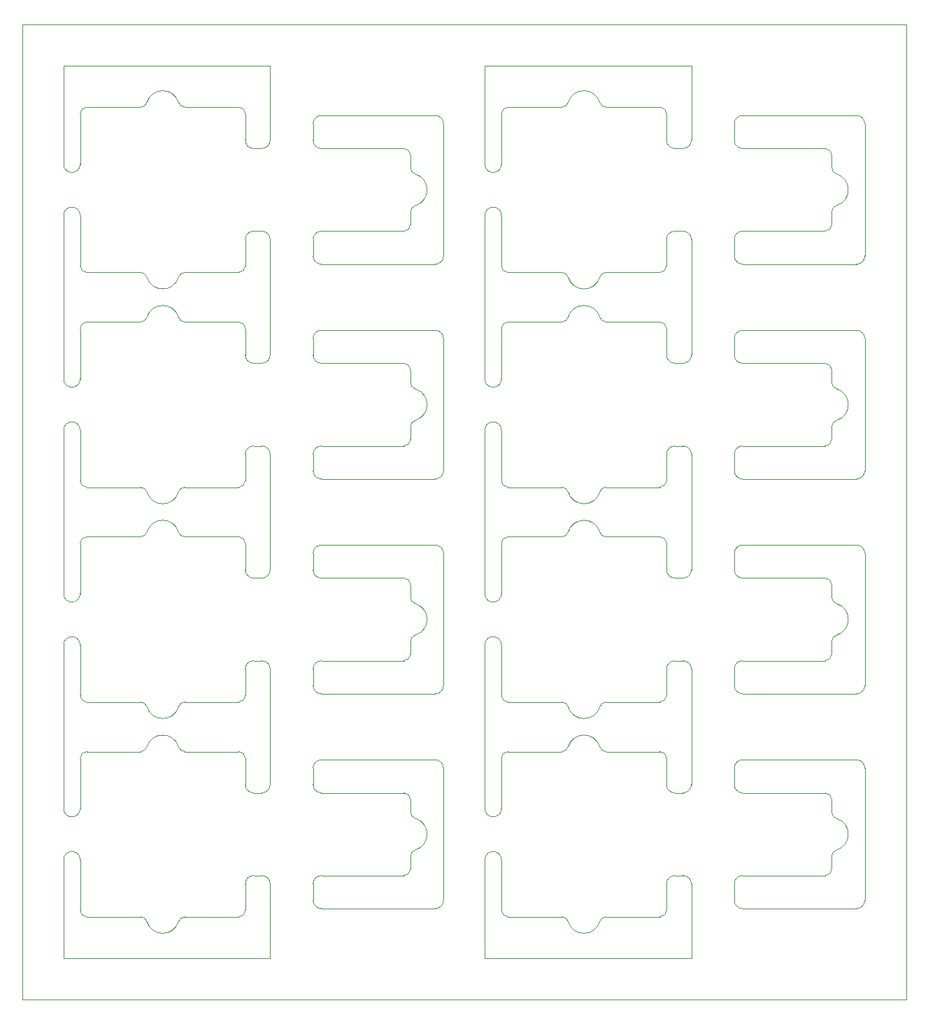
<source format=gbr>
%TF.GenerationSoftware,KiCad,Pcbnew,9.0.3*%
%TF.CreationDate,2025-08-08T18:23:31+02:00*%
%TF.ProjectId,iagabel-panel,69616761-6265-46c2-9d70-616e656c2e6b,rev?*%
%TF.SameCoordinates,Original*%
%TF.FileFunction,Profile,NP*%
%FSLAX46Y46*%
G04 Gerber Fmt 4.6, Leading zero omitted, Abs format (unit mm)*
G04 Created by KiCad (PCBNEW 9.0.3) date 2025-08-08 18:23:31*
%MOMM*%
%LPD*%
G01*
G04 APERTURE LIST*
%TA.AperFunction,Profile*%
%ADD10C,0.050000*%
%TD*%
G04 APERTURE END LIST*
D10*
X-7000000Y10000000D02*
X100000000Y10000000D01*
X100000000Y-108000000D01*
X-7000000Y-108000000D01*
X-7000000Y10000000D01*
X74000000Y-103000000D02*
X74000000Y-101000000D01*
X49000000Y-103000000D02*
X74000000Y-103000000D01*
X49000000Y-101000000D02*
X49000000Y-103000000D01*
X23000000Y-103000000D02*
X23000000Y-101000000D01*
X-2000000Y-103000000D02*
X23000000Y-103000000D01*
X-2000000Y-101000000D02*
X-2000000Y-103000000D01*
X74000000Y5000000D02*
X74000000Y3000000D01*
X49000000Y5000000D02*
X74000000Y5000000D01*
X49000000Y3000000D02*
X49000000Y5000000D01*
X23000000Y5000000D02*
X23000000Y3000000D01*
X-2000000Y5000000D02*
X23000000Y5000000D01*
X-2000000Y3000000D02*
X-2000000Y5000000D01*
X28200000Y-82000000D02*
X28200000Y-80000000D01*
X-2000000Y-91100000D02*
G75*
G02*
X0Y-91100000I1000000J0D01*
G01*
X20000000Y-78799999D02*
X20000000Y-82000000D01*
X20000000Y-97199999D02*
X20000000Y-94000000D01*
X44000000Y-96000000D02*
G75*
G02*
X43000000Y-97000000I-1000000J0D01*
G01*
X28207107Y-94000000D02*
G75*
G02*
X29207107Y-93000007I999993J0D01*
G01*
X25Y-84892893D02*
G75*
G02*
X-2000000Y-84900000I-1000025J0D01*
G01*
X23000000Y-82000000D02*
X23000000Y-75000000D01*
X0Y-91100000D02*
X0Y-97199999D01*
X29200000Y-97000000D02*
G75*
G02*
X28200000Y-96000000I0J1000000D01*
G01*
X21000000Y-93000000D02*
X22000000Y-93000000D01*
X21000000Y-83000000D02*
X22000000Y-83000000D01*
X20000000Y-94000000D02*
G75*
G02*
X21000000Y-93000000I1000000J0D01*
G01*
X23000000Y-82000000D02*
G75*
G02*
X22000000Y-83000000I-1000000J0D01*
G01*
X28200000Y-80000000D02*
G75*
G02*
X29200000Y-79000000I1000000J0D01*
G01*
X22000000Y-93000000D02*
G75*
G02*
X23000000Y-94000000I0J-1000000D01*
G01*
X29200000Y-83000000D02*
X39200000Y-82999999D01*
X-2000000Y-91100000D02*
X-2000000Y-101000000D01*
X43000000Y-79000000D02*
G75*
G02*
X44000000Y-80000000I0J-1000000D01*
G01*
X29200000Y-97000000D02*
X43000000Y-97000000D01*
X0Y-78800000D02*
X25Y-84892893D01*
X29200000Y-83000000D02*
G75*
G02*
X28200000Y-82000000I0J1000000D01*
G01*
X44000000Y-80000000D02*
X44000000Y-96000000D01*
X28207107Y-94000000D02*
X28200000Y-96000000D01*
X21000000Y-83000000D02*
G75*
G02*
X20000000Y-82000000I0J1000000D01*
G01*
X29207107Y-93000000D02*
X39200000Y-92999999D01*
X-2000000Y-84900000D02*
X-2000000Y-75000000D01*
X23000000Y-94000000D02*
X23000000Y-101000000D01*
X29200000Y-79000000D02*
X43000000Y-79000000D01*
X39200000Y-82999999D02*
G75*
G02*
X40000001Y-83799999I0J-800001D01*
G01*
X20000000Y-97200000D02*
G75*
G02*
X19200000Y-98000001I-800000J-1D01*
G01*
X19199998Y-77999999D02*
G75*
G02*
X19999999Y-78799999I0J-800001D01*
G01*
X40571429Y-86083369D02*
G75*
G02*
X40000002Y-85311333I228571J766669D01*
G01*
X40000000Y-90683299D02*
G75*
G02*
X40571434Y-89916646I800000J-1D01*
G01*
X40000000Y-85311333D02*
X40000000Y-83799999D01*
X800001Y-78000000D02*
X7316740Y-78000000D01*
X8083369Y-77428571D02*
G75*
G02*
X11916629Y-77428571I1916630J-571430D01*
G01*
X7316700Y-98000000D02*
G75*
G02*
X8083354Y-98571434I0J-800001D01*
G01*
X11916630Y-98571429D02*
G75*
G02*
X8083370Y-98571429I-1916630J571430D01*
G01*
X12683298Y-78000000D02*
G75*
G02*
X11916645Y-77428566I0J799999D01*
G01*
X40000000Y-92199999D02*
X40000000Y-90683299D01*
X11916630Y-98571429D02*
G75*
G02*
X12688666Y-98000001I766670J-228572D01*
G01*
X0Y-78800001D02*
G75*
G02*
X800001Y-78000001I800000J0D01*
G01*
X800000Y-98000000D02*
G75*
G02*
X1Y-97200000I0J799999D01*
G01*
X12688666Y-98000000D02*
X19200000Y-98000000D01*
X800000Y-98000000D02*
X7316700Y-98000000D01*
X8083370Y-77428571D02*
G75*
G02*
X7316740Y-78000001I-766630J228540D01*
G01*
X12683298Y-77999999D02*
X19199998Y-77999999D01*
X40000000Y-92199999D02*
G75*
G02*
X39200000Y-93000000I-800000J-1D01*
G01*
X40571429Y-86083369D02*
G75*
G02*
X40571430Y-89916631I-571429J-1916631D01*
G01*
X79200000Y-56000000D02*
X79200000Y-54000000D01*
X49000000Y-65100000D02*
G75*
G02*
X51000000Y-65100000I1000000J0D01*
G01*
X71000000Y-52799999D02*
X71000000Y-56000000D01*
X71000000Y-71199999D02*
X71000000Y-68000000D01*
X95000000Y-70000000D02*
G75*
G02*
X94000000Y-71000000I-1000000J0D01*
G01*
X79207107Y-68000000D02*
G75*
G02*
X80207107Y-67000007I999993J0D01*
G01*
X51000025Y-58892893D02*
G75*
G02*
X49000000Y-58900000I-1000025J0D01*
G01*
X74000000Y-56000000D02*
X74000000Y-49000000D01*
X51000000Y-65100000D02*
X51000000Y-71199999D01*
X80200000Y-71000000D02*
G75*
G02*
X79200000Y-70000000I0J1000000D01*
G01*
X72000000Y-67000000D02*
X73000000Y-67000000D01*
X72000000Y-57000000D02*
X73000000Y-57000000D01*
X71000000Y-68000000D02*
G75*
G02*
X72000000Y-67000000I1000000J0D01*
G01*
X74000000Y-56000000D02*
G75*
G02*
X73000000Y-57000000I-1000000J0D01*
G01*
X79200000Y-54000000D02*
G75*
G02*
X80200000Y-53000000I1000000J0D01*
G01*
X73000000Y-67000000D02*
G75*
G02*
X74000000Y-68000000I0J-1000000D01*
G01*
X80200000Y-57000000D02*
X90200000Y-56999999D01*
X49000000Y-65100000D02*
X49000000Y-75000000D01*
X94000000Y-53000000D02*
G75*
G02*
X95000000Y-54000000I0J-1000000D01*
G01*
X80200000Y-71000000D02*
X94000000Y-71000000D01*
X51000000Y-52800000D02*
X51000025Y-58892893D01*
X80200000Y-57000000D02*
G75*
G02*
X79200000Y-56000000I0J1000000D01*
G01*
X95000000Y-54000000D02*
X95000000Y-70000000D01*
X79207107Y-68000000D02*
X79200000Y-70000000D01*
X72000000Y-57000000D02*
G75*
G02*
X71000000Y-56000000I0J1000000D01*
G01*
X80207107Y-67000000D02*
X90200000Y-66999999D01*
X49000000Y-58900000D02*
X49000000Y-49000000D01*
X74000000Y-68000000D02*
X74000000Y-75000000D01*
X80200000Y-53000000D02*
X94000000Y-53000000D01*
X90200000Y-56999999D02*
G75*
G02*
X91000001Y-57799999I0J-800001D01*
G01*
X71000000Y-71200000D02*
G75*
G02*
X70200000Y-72000001I-800000J-1D01*
G01*
X70199998Y-51999999D02*
G75*
G02*
X70999999Y-52799999I0J-800001D01*
G01*
X91571429Y-60083369D02*
G75*
G02*
X91000002Y-59311333I228571J766669D01*
G01*
X91000000Y-64683299D02*
G75*
G02*
X91571434Y-63916646I800000J-1D01*
G01*
X91000000Y-59311333D02*
X91000000Y-57799999D01*
X51800001Y-52000000D02*
X58316740Y-52000000D01*
X59083369Y-51428571D02*
G75*
G02*
X62916629Y-51428571I1916630J-571430D01*
G01*
X58316700Y-72000000D02*
G75*
G02*
X59083354Y-72571434I0J-800001D01*
G01*
X62916630Y-72571429D02*
G75*
G02*
X59083370Y-72571429I-1916630J571430D01*
G01*
X63683298Y-52000000D02*
G75*
G02*
X62916645Y-51428566I0J799999D01*
G01*
X91000000Y-66199999D02*
X91000000Y-64683299D01*
X62916630Y-72571429D02*
G75*
G02*
X63688666Y-72000001I766670J-228572D01*
G01*
X51000000Y-52800001D02*
G75*
G02*
X51800001Y-52000001I800000J0D01*
G01*
X51800000Y-72000000D02*
G75*
G02*
X51000001Y-71200000I0J799999D01*
G01*
X63688666Y-72000000D02*
X70200000Y-72000000D01*
X51800000Y-72000000D02*
X58316700Y-72000000D01*
X59083370Y-51428571D02*
G75*
G02*
X58316740Y-52000001I-766630J228540D01*
G01*
X63683298Y-51999999D02*
X70199998Y-51999999D01*
X91000000Y-66199999D02*
G75*
G02*
X90200000Y-67000000I-800000J-1D01*
G01*
X91571429Y-60083369D02*
G75*
G02*
X91571430Y-63916631I-571429J-1916631D01*
G01*
X28200000Y-56000000D02*
X28200000Y-54000000D01*
X-2000000Y-65100000D02*
G75*
G02*
X0Y-65100000I1000000J0D01*
G01*
X20000000Y-52799999D02*
X20000000Y-56000000D01*
X20000000Y-71199999D02*
X20000000Y-68000000D01*
X44000000Y-70000000D02*
G75*
G02*
X43000000Y-71000000I-1000000J0D01*
G01*
X28207107Y-68000000D02*
G75*
G02*
X29207107Y-67000007I999993J0D01*
G01*
X25Y-58892893D02*
G75*
G02*
X-2000000Y-58900000I-1000025J0D01*
G01*
X23000000Y-56000000D02*
X23000000Y-49000000D01*
X0Y-65100000D02*
X0Y-71199999D01*
X29200000Y-71000000D02*
G75*
G02*
X28200000Y-70000000I0J1000000D01*
G01*
X21000000Y-67000000D02*
X22000000Y-67000000D01*
X21000000Y-57000000D02*
X22000000Y-57000000D01*
X20000000Y-68000000D02*
G75*
G02*
X21000000Y-67000000I1000000J0D01*
G01*
X23000000Y-56000000D02*
G75*
G02*
X22000000Y-57000000I-1000000J0D01*
G01*
X28200000Y-54000000D02*
G75*
G02*
X29200000Y-53000000I1000000J0D01*
G01*
X22000000Y-67000000D02*
G75*
G02*
X23000000Y-68000000I0J-1000000D01*
G01*
X29200000Y-57000000D02*
X39200000Y-56999999D01*
X-2000000Y-65100000D02*
X-2000000Y-75000000D01*
X43000000Y-53000000D02*
G75*
G02*
X44000000Y-54000000I0J-1000000D01*
G01*
X29200000Y-71000000D02*
X43000000Y-71000000D01*
X0Y-52800000D02*
X25Y-58892893D01*
X29200000Y-57000000D02*
G75*
G02*
X28200000Y-56000000I0J1000000D01*
G01*
X44000000Y-54000000D02*
X44000000Y-70000000D01*
X28207107Y-68000000D02*
X28200000Y-70000000D01*
X21000000Y-57000000D02*
G75*
G02*
X20000000Y-56000000I0J1000000D01*
G01*
X29207107Y-67000000D02*
X39200000Y-66999999D01*
X-2000000Y-58900000D02*
X-2000000Y-49000000D01*
X23000000Y-68000000D02*
X23000000Y-75000000D01*
X29200000Y-53000000D02*
X43000000Y-53000000D01*
X39200000Y-56999999D02*
G75*
G02*
X40000001Y-57799999I0J-800001D01*
G01*
X20000000Y-71200000D02*
G75*
G02*
X19200000Y-72000001I-800000J-1D01*
G01*
X19199998Y-51999999D02*
G75*
G02*
X19999999Y-52799999I0J-800001D01*
G01*
X40571429Y-60083369D02*
G75*
G02*
X40000002Y-59311333I228571J766669D01*
G01*
X40000000Y-64683299D02*
G75*
G02*
X40571434Y-63916646I800000J-1D01*
G01*
X40000000Y-59311333D02*
X40000000Y-57799999D01*
X800001Y-52000000D02*
X7316740Y-52000000D01*
X8083369Y-51428571D02*
G75*
G02*
X11916629Y-51428571I1916630J-571430D01*
G01*
X7316700Y-72000000D02*
G75*
G02*
X8083354Y-72571434I0J-800001D01*
G01*
X11916630Y-72571429D02*
G75*
G02*
X8083370Y-72571429I-1916630J571430D01*
G01*
X12683298Y-52000000D02*
G75*
G02*
X11916645Y-51428566I0J799999D01*
G01*
X40000000Y-66199999D02*
X40000000Y-64683299D01*
X11916630Y-72571429D02*
G75*
G02*
X12688666Y-72000001I766670J-228572D01*
G01*
X0Y-52800001D02*
G75*
G02*
X800001Y-52000001I800000J0D01*
G01*
X800000Y-72000000D02*
G75*
G02*
X1Y-71200000I0J799999D01*
G01*
X12688666Y-72000000D02*
X19200000Y-72000000D01*
X800000Y-72000000D02*
X7316700Y-72000000D01*
X8083370Y-51428571D02*
G75*
G02*
X7316740Y-52000001I-766630J228540D01*
G01*
X12683298Y-51999999D02*
X19199998Y-51999999D01*
X40000000Y-66199999D02*
G75*
G02*
X39200000Y-67000000I-800000J-1D01*
G01*
X40571429Y-60083369D02*
G75*
G02*
X40571430Y-63916631I-571429J-1916631D01*
G01*
X79200000Y-30000000D02*
X79200000Y-28000000D01*
X49000000Y-39100000D02*
G75*
G02*
X51000000Y-39100000I1000000J0D01*
G01*
X71000000Y-26799999D02*
X71000000Y-30000000D01*
X71000000Y-45199999D02*
X71000000Y-42000000D01*
X95000000Y-44000000D02*
G75*
G02*
X94000000Y-45000000I-1000000J0D01*
G01*
X79207107Y-42000000D02*
G75*
G02*
X80207107Y-41000007I999993J0D01*
G01*
X51000025Y-32892893D02*
G75*
G02*
X49000000Y-32900000I-1000025J0D01*
G01*
X74000000Y-30000000D02*
X74000000Y-23000000D01*
X51000000Y-39100000D02*
X51000000Y-45199999D01*
X80200000Y-45000000D02*
G75*
G02*
X79200000Y-44000000I0J1000000D01*
G01*
X72000000Y-41000000D02*
X73000000Y-41000000D01*
X72000000Y-31000000D02*
X73000000Y-31000000D01*
X71000000Y-42000000D02*
G75*
G02*
X72000000Y-41000000I1000000J0D01*
G01*
X74000000Y-30000000D02*
G75*
G02*
X73000000Y-31000000I-1000000J0D01*
G01*
X79200000Y-28000000D02*
G75*
G02*
X80200000Y-27000000I1000000J0D01*
G01*
X73000000Y-41000000D02*
G75*
G02*
X74000000Y-42000000I0J-1000000D01*
G01*
X80200000Y-31000000D02*
X90200000Y-30999999D01*
X49000000Y-39100000D02*
X49000000Y-49000000D01*
X94000000Y-27000000D02*
G75*
G02*
X95000000Y-28000000I0J-1000000D01*
G01*
X80200000Y-45000000D02*
X94000000Y-45000000D01*
X51000000Y-26800000D02*
X51000025Y-32892893D01*
X80200000Y-31000000D02*
G75*
G02*
X79200000Y-30000000I0J1000000D01*
G01*
X95000000Y-28000000D02*
X95000000Y-44000000D01*
X79207107Y-42000000D02*
X79200000Y-44000000D01*
X72000000Y-31000000D02*
G75*
G02*
X71000000Y-30000000I0J1000000D01*
G01*
X80207107Y-41000000D02*
X90200000Y-40999999D01*
X49000000Y-32900000D02*
X49000000Y-23000000D01*
X74000000Y-42000000D02*
X74000000Y-49000000D01*
X80200000Y-27000000D02*
X94000000Y-27000000D01*
X90200000Y-30999999D02*
G75*
G02*
X91000001Y-31799999I0J-800001D01*
G01*
X71000000Y-45200000D02*
G75*
G02*
X70200000Y-46000001I-800000J-1D01*
G01*
X70199998Y-25999999D02*
G75*
G02*
X70999999Y-26799999I0J-800001D01*
G01*
X91571429Y-34083369D02*
G75*
G02*
X91000002Y-33311333I228571J766669D01*
G01*
X91000000Y-38683299D02*
G75*
G02*
X91571434Y-37916646I800000J-1D01*
G01*
X91000000Y-33311333D02*
X91000000Y-31799999D01*
X51800001Y-26000000D02*
X58316740Y-26000000D01*
X59083369Y-25428571D02*
G75*
G02*
X62916629Y-25428571I1916630J-571430D01*
G01*
X58316700Y-46000000D02*
G75*
G02*
X59083354Y-46571434I0J-800001D01*
G01*
X62916630Y-46571429D02*
G75*
G02*
X59083370Y-46571429I-1916630J571430D01*
G01*
X63683298Y-26000000D02*
G75*
G02*
X62916645Y-25428566I0J799999D01*
G01*
X91000000Y-40199999D02*
X91000000Y-38683299D01*
X62916630Y-46571429D02*
G75*
G02*
X63688666Y-46000001I766670J-228572D01*
G01*
X51000000Y-26800001D02*
G75*
G02*
X51800001Y-26000001I800000J0D01*
G01*
X51800000Y-46000000D02*
G75*
G02*
X51000001Y-45200000I0J799999D01*
G01*
X63688666Y-46000000D02*
X70200000Y-46000000D01*
X51800000Y-46000000D02*
X58316700Y-46000000D01*
X59083370Y-25428571D02*
G75*
G02*
X58316740Y-26000001I-766630J228540D01*
G01*
X63683298Y-25999999D02*
X70199998Y-25999999D01*
X91000000Y-40199999D02*
G75*
G02*
X90200000Y-41000000I-800000J-1D01*
G01*
X91571429Y-34083369D02*
G75*
G02*
X91571430Y-37916631I-571429J-1916631D01*
G01*
X28200000Y-30000000D02*
X28200000Y-28000000D01*
X-2000000Y-39100000D02*
G75*
G02*
X0Y-39100000I1000000J0D01*
G01*
X20000000Y-26799999D02*
X20000000Y-30000000D01*
X20000000Y-45199999D02*
X20000000Y-42000000D01*
X44000000Y-44000000D02*
G75*
G02*
X43000000Y-45000000I-1000000J0D01*
G01*
X28207107Y-42000000D02*
G75*
G02*
X29207107Y-41000007I999993J0D01*
G01*
X25Y-32892893D02*
G75*
G02*
X-2000000Y-32900000I-1000025J0D01*
G01*
X23000000Y-30000000D02*
X23000000Y-23000000D01*
X0Y-39100000D02*
X0Y-45199999D01*
X29200000Y-45000000D02*
G75*
G02*
X28200000Y-44000000I0J1000000D01*
G01*
X21000000Y-41000000D02*
X22000000Y-41000000D01*
X21000000Y-31000000D02*
X22000000Y-31000000D01*
X20000000Y-42000000D02*
G75*
G02*
X21000000Y-41000000I1000000J0D01*
G01*
X23000000Y-30000000D02*
G75*
G02*
X22000000Y-31000000I-1000000J0D01*
G01*
X28200000Y-28000000D02*
G75*
G02*
X29200000Y-27000000I1000000J0D01*
G01*
X22000000Y-41000000D02*
G75*
G02*
X23000000Y-42000000I0J-1000000D01*
G01*
X29200000Y-31000000D02*
X39200000Y-30999999D01*
X-2000000Y-39100000D02*
X-2000000Y-49000000D01*
X43000000Y-27000000D02*
G75*
G02*
X44000000Y-28000000I0J-1000000D01*
G01*
X29200000Y-45000000D02*
X43000000Y-45000000D01*
X0Y-26800000D02*
X25Y-32892893D01*
X29200000Y-31000000D02*
G75*
G02*
X28200000Y-30000000I0J1000000D01*
G01*
X44000000Y-28000000D02*
X44000000Y-44000000D01*
X28207107Y-42000000D02*
X28200000Y-44000000D01*
X21000000Y-31000000D02*
G75*
G02*
X20000000Y-30000000I0J1000000D01*
G01*
X29207107Y-41000000D02*
X39200000Y-40999999D01*
X-2000000Y-32900000D02*
X-2000000Y-23000000D01*
X23000000Y-42000000D02*
X23000000Y-49000000D01*
X29200000Y-27000000D02*
X43000000Y-27000000D01*
X39200000Y-30999999D02*
G75*
G02*
X40000001Y-31799999I0J-800001D01*
G01*
X20000000Y-45200000D02*
G75*
G02*
X19200000Y-46000001I-800000J-1D01*
G01*
X19199998Y-25999999D02*
G75*
G02*
X19999999Y-26799999I0J-800001D01*
G01*
X40571429Y-34083369D02*
G75*
G02*
X40000002Y-33311333I228571J766669D01*
G01*
X40000000Y-38683299D02*
G75*
G02*
X40571434Y-37916646I800000J-1D01*
G01*
X40000000Y-33311333D02*
X40000000Y-31799999D01*
X800001Y-26000000D02*
X7316740Y-26000000D01*
X8083369Y-25428571D02*
G75*
G02*
X11916629Y-25428571I1916630J-571430D01*
G01*
X7316700Y-46000000D02*
G75*
G02*
X8083354Y-46571434I0J-800001D01*
G01*
X11916630Y-46571429D02*
G75*
G02*
X8083370Y-46571429I-1916630J571430D01*
G01*
X12683298Y-26000000D02*
G75*
G02*
X11916645Y-25428566I0J799999D01*
G01*
X40000000Y-40199999D02*
X40000000Y-38683299D01*
X11916630Y-46571429D02*
G75*
G02*
X12688666Y-46000001I766670J-228572D01*
G01*
X0Y-26800001D02*
G75*
G02*
X800001Y-26000001I800000J0D01*
G01*
X800000Y-46000000D02*
G75*
G02*
X1Y-45200000I0J799999D01*
G01*
X12688666Y-46000000D02*
X19200000Y-46000000D01*
X800000Y-46000000D02*
X7316700Y-46000000D01*
X8083370Y-25428571D02*
G75*
G02*
X7316740Y-26000001I-766630J228540D01*
G01*
X12683298Y-25999999D02*
X19199998Y-25999999D01*
X40000000Y-40199999D02*
G75*
G02*
X39200000Y-41000000I-800000J-1D01*
G01*
X40571429Y-34083369D02*
G75*
G02*
X40571430Y-37916631I-571429J-1916631D01*
G01*
X79200000Y-4000000D02*
X79200000Y-2000000D01*
X49000000Y-13100000D02*
G75*
G02*
X51000000Y-13100000I1000000J0D01*
G01*
X71000000Y-799999D02*
X71000000Y-4000000D01*
X71000000Y-19199999D02*
X71000000Y-16000000D01*
X95000000Y-18000000D02*
G75*
G02*
X94000000Y-19000000I-1000000J0D01*
G01*
X79207107Y-16000000D02*
G75*
G02*
X80207107Y-15000007I999993J0D01*
G01*
X51000025Y-6892893D02*
G75*
G02*
X49000000Y-6900000I-1000025J0D01*
G01*
X74000000Y-4000000D02*
X74000000Y3000000D01*
X51000000Y-13100000D02*
X51000000Y-19199999D01*
X80200000Y-19000000D02*
G75*
G02*
X79200000Y-18000000I0J1000000D01*
G01*
X72000000Y-15000000D02*
X73000000Y-15000000D01*
X72000000Y-5000000D02*
X73000000Y-5000000D01*
X71000000Y-16000000D02*
G75*
G02*
X72000000Y-15000000I1000000J0D01*
G01*
X74000000Y-4000000D02*
G75*
G02*
X73000000Y-5000000I-1000000J0D01*
G01*
X79200000Y-2000000D02*
G75*
G02*
X80200000Y-1000000I1000000J0D01*
G01*
X73000000Y-15000000D02*
G75*
G02*
X74000000Y-16000000I0J-1000000D01*
G01*
X80200000Y-5000000D02*
X90200000Y-4999999D01*
X49000000Y-13100000D02*
X49000000Y-23000000D01*
X94000000Y-1000000D02*
G75*
G02*
X95000000Y-2000000I0J-1000000D01*
G01*
X80200000Y-19000000D02*
X94000000Y-19000000D01*
X51000000Y-800000D02*
X51000025Y-6892893D01*
X80200000Y-5000000D02*
G75*
G02*
X79200000Y-4000000I0J1000000D01*
G01*
X95000000Y-2000000D02*
X95000000Y-18000000D01*
X79207107Y-16000000D02*
X79200000Y-18000000D01*
X72000000Y-5000000D02*
G75*
G02*
X71000000Y-4000000I0J1000000D01*
G01*
X80207107Y-15000000D02*
X90200000Y-14999999D01*
X49000000Y-6900000D02*
X49000000Y3000000D01*
X74000000Y-16000000D02*
X74000000Y-23000000D01*
X80200000Y-1000000D02*
X94000000Y-1000000D01*
X90200000Y-4999999D02*
G75*
G02*
X91000001Y-5799999I0J-800001D01*
G01*
X71000000Y-19200000D02*
G75*
G02*
X70200000Y-20000001I-800000J-1D01*
G01*
X70199998Y1D02*
G75*
G02*
X70999999Y-799999I0J-800001D01*
G01*
X91571429Y-8083369D02*
G75*
G02*
X91000002Y-7311333I228571J766669D01*
G01*
X91000000Y-12683299D02*
G75*
G02*
X91571434Y-11916646I800000J-1D01*
G01*
X91000000Y-7311333D02*
X91000000Y-5799999D01*
X51800001Y0D02*
X58316740Y0D01*
X59083369Y571429D02*
G75*
G02*
X62916629Y571429I1916630J-571430D01*
G01*
X58316700Y-20000000D02*
G75*
G02*
X59083354Y-20571434I0J-800001D01*
G01*
X62916630Y-20571429D02*
G75*
G02*
X59083370Y-20571429I-1916630J571430D01*
G01*
X63683298Y0D02*
G75*
G02*
X62916645Y571434I0J799999D01*
G01*
X91000000Y-14199999D02*
X91000000Y-12683299D01*
X62916630Y-20571429D02*
G75*
G02*
X63688666Y-20000001I766670J-228572D01*
G01*
X51000000Y-800001D02*
G75*
G02*
X51800001Y-1I800000J0D01*
G01*
X51800000Y-20000000D02*
G75*
G02*
X51000001Y-19200000I0J799999D01*
G01*
X63688666Y-20000000D02*
X70200000Y-20000000D01*
X51800000Y-20000000D02*
X58316700Y-20000000D01*
X59083370Y571429D02*
G75*
G02*
X58316740Y-1I-766630J228540D01*
G01*
X63683298Y1D02*
X70199998Y1D01*
X91000000Y-14199999D02*
G75*
G02*
X90200000Y-15000000I-800000J-1D01*
G01*
X91571429Y-8083369D02*
G75*
G02*
X91571430Y-11916631I-571429J-1916631D01*
G01*
X28200000Y-4000000D02*
X28200000Y-2000000D01*
X-2000000Y-13100000D02*
G75*
G02*
X0Y-13100000I1000000J0D01*
G01*
X20000000Y-799999D02*
X20000000Y-4000000D01*
X20000000Y-19199999D02*
X20000000Y-16000000D01*
X44000000Y-18000000D02*
G75*
G02*
X43000000Y-19000000I-1000000J0D01*
G01*
X28207107Y-16000000D02*
G75*
G02*
X29207107Y-15000007I999993J0D01*
G01*
X25Y-6892893D02*
G75*
G02*
X-2000000Y-6900000I-1000025J0D01*
G01*
X23000000Y-4000000D02*
X23000000Y3000000D01*
X0Y-13100000D02*
X0Y-19199999D01*
X29200000Y-19000000D02*
G75*
G02*
X28200000Y-18000000I0J1000000D01*
G01*
X21000000Y-15000000D02*
X22000000Y-15000000D01*
X21000000Y-5000000D02*
X22000000Y-5000000D01*
X20000000Y-16000000D02*
G75*
G02*
X21000000Y-15000000I1000000J0D01*
G01*
X23000000Y-4000000D02*
G75*
G02*
X22000000Y-5000000I-1000000J0D01*
G01*
X28200000Y-2000000D02*
G75*
G02*
X29200000Y-1000000I1000000J0D01*
G01*
X22000000Y-15000000D02*
G75*
G02*
X23000000Y-16000000I0J-1000000D01*
G01*
X29200000Y-5000000D02*
X39200000Y-4999999D01*
X-2000000Y-13100000D02*
X-2000000Y-23000000D01*
X43000000Y-1000000D02*
G75*
G02*
X44000000Y-2000000I0J-1000000D01*
G01*
X29200000Y-19000000D02*
X43000000Y-19000000D01*
X0Y-800000D02*
X25Y-6892893D01*
X29200000Y-5000000D02*
G75*
G02*
X28200000Y-4000000I0J1000000D01*
G01*
X44000000Y-2000000D02*
X44000000Y-18000000D01*
X28207107Y-16000000D02*
X28200000Y-18000000D01*
X21000000Y-5000000D02*
G75*
G02*
X20000000Y-4000000I0J1000000D01*
G01*
X29207107Y-15000000D02*
X39200000Y-14999999D01*
X-2000000Y-6900000D02*
X-2000000Y3000000D01*
X23000000Y-16000000D02*
X23000000Y-23000000D01*
X29200000Y-1000000D02*
X43000000Y-1000000D01*
X39200000Y-4999999D02*
G75*
G02*
X40000001Y-5799999I0J-800001D01*
G01*
X20000000Y-19200000D02*
G75*
G02*
X19200000Y-20000001I-800000J-1D01*
G01*
X19199998Y1D02*
G75*
G02*
X19999999Y-799999I0J-800001D01*
G01*
X40571429Y-8083369D02*
G75*
G02*
X40000002Y-7311333I228571J766669D01*
G01*
X40000000Y-12683299D02*
G75*
G02*
X40571434Y-11916646I800000J-1D01*
G01*
X40000000Y-7311333D02*
X40000000Y-5799999D01*
X800001Y0D02*
X7316740Y0D01*
X8083369Y571429D02*
G75*
G02*
X11916629Y571429I1916630J-571430D01*
G01*
X7316700Y-20000000D02*
G75*
G02*
X8083354Y-20571434I0J-800001D01*
G01*
X11916630Y-20571429D02*
G75*
G02*
X8083370Y-20571429I-1916630J571430D01*
G01*
X12683298Y0D02*
G75*
G02*
X11916645Y571434I0J799999D01*
G01*
X40000000Y-14199999D02*
X40000000Y-12683299D01*
X11916630Y-20571429D02*
G75*
G02*
X12688666Y-20000001I766670J-228572D01*
G01*
X0Y-800001D02*
G75*
G02*
X800001Y-1I800000J0D01*
G01*
X800000Y-20000000D02*
G75*
G02*
X1Y-19200000I0J799999D01*
G01*
X12688666Y-20000000D02*
X19200000Y-20000000D01*
X800000Y-20000000D02*
X7316700Y-20000000D01*
X8083370Y571429D02*
G75*
G02*
X7316740Y-1I-766630J228540D01*
G01*
X12683298Y1D02*
X19199998Y1D01*
X40000000Y-14199999D02*
G75*
G02*
X39200000Y-15000000I-800000J-1D01*
G01*
X40571429Y-8083369D02*
G75*
G02*
X40571430Y-11916631I-571429J-1916631D01*
G01*
X79200000Y-82000000D02*
X79200000Y-80000000D01*
X49000000Y-91100000D02*
G75*
G02*
X51000000Y-91100000I1000000J0D01*
G01*
X71000000Y-78799999D02*
X71000000Y-82000000D01*
X71000000Y-97199999D02*
X71000000Y-94000000D01*
X79207107Y-94000000D02*
G75*
G02*
X80207107Y-93000007I999993J0D01*
G01*
X51000025Y-84892893D02*
G75*
G02*
X49000000Y-84900000I-1000025J0D01*
G01*
X74000000Y-82000000D02*
X74000000Y-75000000D01*
X72000000Y-93000000D02*
X73000000Y-93000000D01*
X72000000Y-83000000D02*
X73000000Y-83000000D01*
X74000000Y-82000000D02*
G75*
G02*
X73000000Y-83000000I-1000000J0D01*
G01*
X80200000Y-83000000D02*
X90200000Y-82999999D01*
X80200000Y-97000000D02*
X94000000Y-97000000D01*
X79200000Y-80000000D02*
G75*
G02*
X80200000Y-79000000I1000000J0D01*
G01*
X51000000Y-78800000D02*
X51000025Y-84892893D01*
X80200000Y-83000000D02*
G75*
G02*
X79200000Y-82000000I0J1000000D01*
G01*
X72000000Y-83000000D02*
G75*
G02*
X71000000Y-82000000I0J1000000D01*
G01*
X80207107Y-93000000D02*
X90200000Y-92999999D01*
X49000000Y-84900000D02*
X49000000Y-75000000D01*
X80200000Y-79000000D02*
X94000000Y-79000000D01*
X63683298Y-77999999D02*
X70199998Y-77999999D01*
X95000000Y-96000000D02*
G75*
G02*
X94000000Y-97000000I-1000000J0D01*
G01*
X73000000Y-93000000D02*
G75*
G02*
X74000000Y-94000000I0J-1000000D01*
G01*
X74000000Y-94000000D02*
X74000000Y-101000000D01*
X51800001Y-78000000D02*
X58316740Y-78000000D01*
X51000000Y-78800001D02*
G75*
G02*
X51800001Y-78000001I800000J0D01*
G01*
X91000000Y-85311333D02*
X91000000Y-83799999D01*
X80200000Y-97000000D02*
G75*
G02*
X79200000Y-96000000I0J1000000D01*
G01*
X91000000Y-92199999D02*
X91000000Y-90683299D01*
X95000000Y-80000000D02*
X95000000Y-96000000D01*
X70199998Y-77999999D02*
G75*
G02*
X70999999Y-78799999I0J-800001D01*
G01*
X63683298Y-78000000D02*
G75*
G02*
X62916645Y-77428566I0J799999D01*
G01*
X62916630Y-98571429D02*
G75*
G02*
X59083370Y-98571429I-1916630J571430D01*
G01*
X91000000Y-90683299D02*
G75*
G02*
X91571434Y-89916646I800000J-1D01*
G01*
X91571429Y-86083369D02*
G75*
G02*
X91000002Y-85311333I228571J766669D01*
G01*
X59083369Y-77428571D02*
G75*
G02*
X62916629Y-77428571I1916630J-571430D01*
G01*
X58316700Y-98000000D02*
G75*
G02*
X59083354Y-98571434I0J-800001D01*
G01*
X51800000Y-98000000D02*
G75*
G02*
X51000001Y-97200000I0J799999D01*
G01*
X63688666Y-98000000D02*
X70200000Y-98000000D01*
X51000000Y-91100000D02*
X51000000Y-97199999D01*
X79207107Y-94000000D02*
X79200000Y-96000000D01*
X51800000Y-98000000D02*
X58316700Y-98000000D01*
X71000000Y-94000000D02*
G75*
G02*
X72000000Y-93000000I1000000J0D01*
G01*
X59083370Y-77428571D02*
G75*
G02*
X58316740Y-78000001I-766630J228540D01*
G01*
X71000000Y-97200000D02*
G75*
G02*
X70200000Y-98000001I-800000J-1D01*
G01*
X49000000Y-91100000D02*
X49000000Y-101000000D01*
X94000000Y-79000000D02*
G75*
G02*
X95000000Y-80000000I0J-1000000D01*
G01*
X90200000Y-82999999D02*
G75*
G02*
X91000001Y-83799999I0J-800001D01*
G01*
X91571429Y-86083369D02*
G75*
G02*
X91571430Y-89916631I-571429J-1916631D01*
G01*
X62916630Y-98571429D02*
G75*
G02*
X63688666Y-98000001I766670J-228572D01*
G01*
X91000000Y-92199999D02*
G75*
G02*
X90200000Y-93000000I-800000J-1D01*
G01*
M02*

</source>
